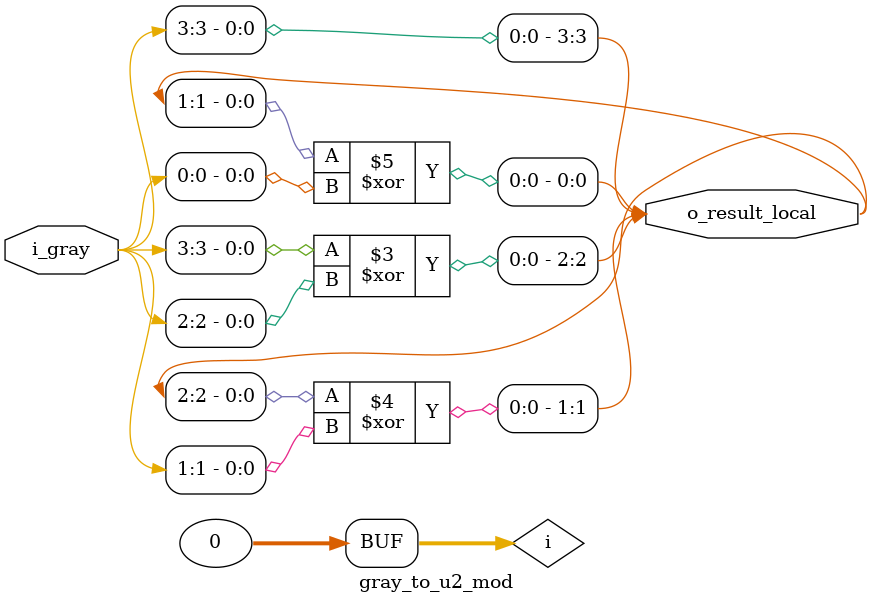
<source format=sv>
module gray_to_u2_mod(i_gray, o_result_local);

    parameter m = 4;
    integer i;
    input  logic [m-1:0] i_gray;
    output logic [m-1:0] o_result_local;

    always@(*)
    begin
        
        o_result_local = i_gray;
        for (i=m-1; i>0; i=i-1)
            o_result_local[i-1] = o_result_local[i] ^ i_gray[i-1];    

    end

endmodule
</source>
